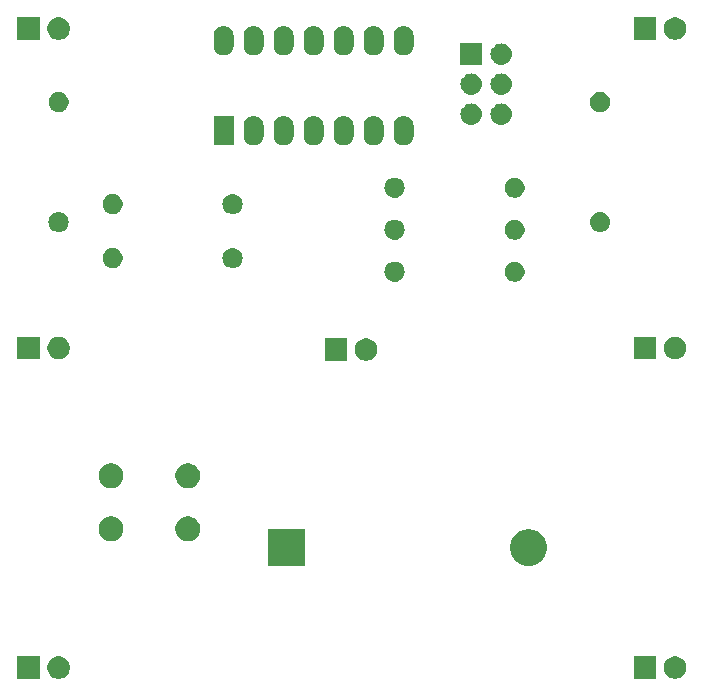
<source format=gbr>
G04 #@! TF.GenerationSoftware,KiCad,Pcbnew,(5.1.4-0-10_14)*
G04 #@! TF.CreationDate,2021-08-15T13:31:00+02:00*
G04 #@! TF.ProjectId,avrCubeRev2,61767243-7562-4655-9265-76322e6b6963,rev?*
G04 #@! TF.SameCoordinates,Original*
G04 #@! TF.FileFunction,Soldermask,Top*
G04 #@! TF.FilePolarity,Negative*
%FSLAX46Y46*%
G04 Gerber Fmt 4.6, Leading zero omitted, Abs format (unit mm)*
G04 Created by KiCad (PCBNEW (5.1.4-0-10_14)) date 2021-08-15 13:31:00*
%MOMM*%
%LPD*%
G04 APERTURE LIST*
%ADD10C,0.100000*%
G04 APERTURE END LIST*
D10*
G36*
X108608395Y-118846546D02*
G01*
X108781466Y-118918234D01*
X108781467Y-118918235D01*
X108937227Y-119022310D01*
X109069690Y-119154773D01*
X109069691Y-119154775D01*
X109173766Y-119310534D01*
X109245454Y-119483605D01*
X109282000Y-119667333D01*
X109282000Y-119854667D01*
X109245454Y-120038395D01*
X109173766Y-120211466D01*
X109173765Y-120211467D01*
X109069690Y-120367227D01*
X108937227Y-120499690D01*
X108858818Y-120552081D01*
X108781466Y-120603766D01*
X108608395Y-120675454D01*
X108424667Y-120712000D01*
X108237333Y-120712000D01*
X108053605Y-120675454D01*
X107880534Y-120603766D01*
X107803182Y-120552081D01*
X107724773Y-120499690D01*
X107592310Y-120367227D01*
X107488235Y-120211467D01*
X107488234Y-120211466D01*
X107416546Y-120038395D01*
X107380000Y-119854667D01*
X107380000Y-119667333D01*
X107416546Y-119483605D01*
X107488234Y-119310534D01*
X107592309Y-119154775D01*
X107592310Y-119154773D01*
X107724773Y-119022310D01*
X107880533Y-118918235D01*
X107880534Y-118918234D01*
X108053605Y-118846546D01*
X108237333Y-118810000D01*
X108424667Y-118810000D01*
X108608395Y-118846546D01*
X108608395Y-118846546D01*
G37*
G36*
X106742000Y-120712000D02*
G01*
X104840000Y-120712000D01*
X104840000Y-118810000D01*
X106742000Y-118810000D01*
X106742000Y-120712000D01*
X106742000Y-120712000D01*
G37*
G36*
X56411395Y-118846546D02*
G01*
X56584466Y-118918234D01*
X56584467Y-118918235D01*
X56740227Y-119022310D01*
X56872690Y-119154773D01*
X56872691Y-119154775D01*
X56976766Y-119310534D01*
X57048454Y-119483605D01*
X57085000Y-119667333D01*
X57085000Y-119854667D01*
X57048454Y-120038395D01*
X56976766Y-120211466D01*
X56976765Y-120211467D01*
X56872690Y-120367227D01*
X56740227Y-120499690D01*
X56661818Y-120552081D01*
X56584466Y-120603766D01*
X56411395Y-120675454D01*
X56227667Y-120712000D01*
X56040333Y-120712000D01*
X55856605Y-120675454D01*
X55683534Y-120603766D01*
X55606182Y-120552081D01*
X55527773Y-120499690D01*
X55395310Y-120367227D01*
X55291235Y-120211467D01*
X55291234Y-120211466D01*
X55219546Y-120038395D01*
X55183000Y-119854667D01*
X55183000Y-119667333D01*
X55219546Y-119483605D01*
X55291234Y-119310534D01*
X55395309Y-119154775D01*
X55395310Y-119154773D01*
X55527773Y-119022310D01*
X55683533Y-118918235D01*
X55683534Y-118918234D01*
X55856605Y-118846546D01*
X56040333Y-118810000D01*
X56227667Y-118810000D01*
X56411395Y-118846546D01*
X56411395Y-118846546D01*
G37*
G36*
X54545000Y-120712000D02*
G01*
X52643000Y-120712000D01*
X52643000Y-118810000D01*
X54545000Y-118810000D01*
X54545000Y-120712000D01*
X54545000Y-120712000D01*
G37*
G36*
X96230585Y-108079802D02*
G01*
X96380410Y-108109604D01*
X96662674Y-108226521D01*
X96916705Y-108396259D01*
X97132741Y-108612295D01*
X97302479Y-108866326D01*
X97419396Y-109148590D01*
X97479000Y-109448240D01*
X97479000Y-109753760D01*
X97419396Y-110053410D01*
X97302479Y-110335674D01*
X97132741Y-110589705D01*
X96916705Y-110805741D01*
X96662674Y-110975479D01*
X96380410Y-111092396D01*
X96230585Y-111122198D01*
X96080761Y-111152000D01*
X95775239Y-111152000D01*
X95625415Y-111122198D01*
X95475590Y-111092396D01*
X95193326Y-110975479D01*
X94939295Y-110805741D01*
X94723259Y-110589705D01*
X94553521Y-110335674D01*
X94436604Y-110053410D01*
X94377000Y-109753760D01*
X94377000Y-109448240D01*
X94436604Y-109148590D01*
X94553521Y-108866326D01*
X94723259Y-108612295D01*
X94939295Y-108396259D01*
X95193326Y-108226521D01*
X95475590Y-108109604D01*
X95625415Y-108079802D01*
X95775239Y-108050000D01*
X96080761Y-108050000D01*
X96230585Y-108079802D01*
X96230585Y-108079802D01*
G37*
G36*
X76989000Y-111152000D02*
G01*
X73887000Y-111152000D01*
X73887000Y-108050000D01*
X76989000Y-108050000D01*
X76989000Y-111152000D01*
X76989000Y-111152000D01*
G37*
G36*
X67385564Y-106994389D02*
G01*
X67576833Y-107073615D01*
X67576835Y-107073616D01*
X67748973Y-107188635D01*
X67895365Y-107335027D01*
X68010385Y-107507167D01*
X68089611Y-107698436D01*
X68130000Y-107901484D01*
X68130000Y-108108516D01*
X68089611Y-108311564D01*
X68010385Y-108502833D01*
X68010384Y-108502835D01*
X67895365Y-108674973D01*
X67748973Y-108821365D01*
X67576835Y-108936384D01*
X67576834Y-108936385D01*
X67576833Y-108936385D01*
X67385564Y-109015611D01*
X67182516Y-109056000D01*
X66975484Y-109056000D01*
X66772436Y-109015611D01*
X66581167Y-108936385D01*
X66581166Y-108936385D01*
X66581165Y-108936384D01*
X66409027Y-108821365D01*
X66262635Y-108674973D01*
X66147616Y-108502835D01*
X66147615Y-108502833D01*
X66068389Y-108311564D01*
X66028000Y-108108516D01*
X66028000Y-107901484D01*
X66068389Y-107698436D01*
X66147615Y-107507167D01*
X66262635Y-107335027D01*
X66409027Y-107188635D01*
X66581165Y-107073616D01*
X66581167Y-107073615D01*
X66772436Y-106994389D01*
X66975484Y-106954000D01*
X67182516Y-106954000D01*
X67385564Y-106994389D01*
X67385564Y-106994389D01*
G37*
G36*
X60885564Y-106994389D02*
G01*
X61076833Y-107073615D01*
X61076835Y-107073616D01*
X61248973Y-107188635D01*
X61395365Y-107335027D01*
X61510385Y-107507167D01*
X61589611Y-107698436D01*
X61630000Y-107901484D01*
X61630000Y-108108516D01*
X61589611Y-108311564D01*
X61510385Y-108502833D01*
X61510384Y-108502835D01*
X61395365Y-108674973D01*
X61248973Y-108821365D01*
X61076835Y-108936384D01*
X61076834Y-108936385D01*
X61076833Y-108936385D01*
X60885564Y-109015611D01*
X60682516Y-109056000D01*
X60475484Y-109056000D01*
X60272436Y-109015611D01*
X60081167Y-108936385D01*
X60081166Y-108936385D01*
X60081165Y-108936384D01*
X59909027Y-108821365D01*
X59762635Y-108674973D01*
X59647616Y-108502835D01*
X59647615Y-108502833D01*
X59568389Y-108311564D01*
X59528000Y-108108516D01*
X59528000Y-107901484D01*
X59568389Y-107698436D01*
X59647615Y-107507167D01*
X59762635Y-107335027D01*
X59909027Y-107188635D01*
X60081165Y-107073616D01*
X60081167Y-107073615D01*
X60272436Y-106994389D01*
X60475484Y-106954000D01*
X60682516Y-106954000D01*
X60885564Y-106994389D01*
X60885564Y-106994389D01*
G37*
G36*
X67385564Y-102494389D02*
G01*
X67576833Y-102573615D01*
X67576835Y-102573616D01*
X67748973Y-102688635D01*
X67895365Y-102835027D01*
X68010385Y-103007167D01*
X68089611Y-103198436D01*
X68130000Y-103401484D01*
X68130000Y-103608516D01*
X68089611Y-103811564D01*
X68010385Y-104002833D01*
X68010384Y-104002835D01*
X67895365Y-104174973D01*
X67748973Y-104321365D01*
X67576835Y-104436384D01*
X67576834Y-104436385D01*
X67576833Y-104436385D01*
X67385564Y-104515611D01*
X67182516Y-104556000D01*
X66975484Y-104556000D01*
X66772436Y-104515611D01*
X66581167Y-104436385D01*
X66581166Y-104436385D01*
X66581165Y-104436384D01*
X66409027Y-104321365D01*
X66262635Y-104174973D01*
X66147616Y-104002835D01*
X66147615Y-104002833D01*
X66068389Y-103811564D01*
X66028000Y-103608516D01*
X66028000Y-103401484D01*
X66068389Y-103198436D01*
X66147615Y-103007167D01*
X66262635Y-102835027D01*
X66409027Y-102688635D01*
X66581165Y-102573616D01*
X66581167Y-102573615D01*
X66772436Y-102494389D01*
X66975484Y-102454000D01*
X67182516Y-102454000D01*
X67385564Y-102494389D01*
X67385564Y-102494389D01*
G37*
G36*
X60885564Y-102494389D02*
G01*
X61076833Y-102573615D01*
X61076835Y-102573616D01*
X61248973Y-102688635D01*
X61395365Y-102835027D01*
X61510385Y-103007167D01*
X61589611Y-103198436D01*
X61630000Y-103401484D01*
X61630000Y-103608516D01*
X61589611Y-103811564D01*
X61510385Y-104002833D01*
X61510384Y-104002835D01*
X61395365Y-104174973D01*
X61248973Y-104321365D01*
X61076835Y-104436384D01*
X61076834Y-104436385D01*
X61076833Y-104436385D01*
X60885564Y-104515611D01*
X60682516Y-104556000D01*
X60475484Y-104556000D01*
X60272436Y-104515611D01*
X60081167Y-104436385D01*
X60081166Y-104436385D01*
X60081165Y-104436384D01*
X59909027Y-104321365D01*
X59762635Y-104174973D01*
X59647616Y-104002835D01*
X59647615Y-104002833D01*
X59568389Y-103811564D01*
X59528000Y-103608516D01*
X59528000Y-103401484D01*
X59568389Y-103198436D01*
X59647615Y-103007167D01*
X59762635Y-102835027D01*
X59909027Y-102688635D01*
X60081165Y-102573616D01*
X60081167Y-102573615D01*
X60272436Y-102494389D01*
X60475484Y-102454000D01*
X60682516Y-102454000D01*
X60885564Y-102494389D01*
X60885564Y-102494389D01*
G37*
G36*
X82446395Y-91922546D02*
G01*
X82619466Y-91994234D01*
X82619467Y-91994235D01*
X82775227Y-92098310D01*
X82907690Y-92230773D01*
X82907691Y-92230775D01*
X83011766Y-92386534D01*
X83083454Y-92559605D01*
X83120000Y-92743333D01*
X83120000Y-92930667D01*
X83083454Y-93114395D01*
X83011766Y-93287466D01*
X83011765Y-93287467D01*
X82907690Y-93443227D01*
X82775227Y-93575690D01*
X82702248Y-93624453D01*
X82619466Y-93679766D01*
X82446395Y-93751454D01*
X82262667Y-93788000D01*
X82075333Y-93788000D01*
X81891605Y-93751454D01*
X81718534Y-93679766D01*
X81635752Y-93624453D01*
X81562773Y-93575690D01*
X81430310Y-93443227D01*
X81326235Y-93287467D01*
X81326234Y-93287466D01*
X81254546Y-93114395D01*
X81218000Y-92930667D01*
X81218000Y-92743333D01*
X81254546Y-92559605D01*
X81326234Y-92386534D01*
X81430309Y-92230775D01*
X81430310Y-92230773D01*
X81562773Y-92098310D01*
X81718533Y-91994235D01*
X81718534Y-91994234D01*
X81891605Y-91922546D01*
X82075333Y-91886000D01*
X82262667Y-91886000D01*
X82446395Y-91922546D01*
X82446395Y-91922546D01*
G37*
G36*
X80580000Y-93788000D02*
G01*
X78678000Y-93788000D01*
X78678000Y-91886000D01*
X80580000Y-91886000D01*
X80580000Y-93788000D01*
X80580000Y-93788000D01*
G37*
G36*
X108608395Y-91795546D02*
G01*
X108781466Y-91867234D01*
X108781467Y-91867235D01*
X108937227Y-91971310D01*
X109069690Y-92103773D01*
X109069691Y-92103775D01*
X109173766Y-92259534D01*
X109245454Y-92432605D01*
X109282000Y-92616333D01*
X109282000Y-92803667D01*
X109245454Y-92987395D01*
X109173766Y-93160466D01*
X109173765Y-93160467D01*
X109069690Y-93316227D01*
X108937227Y-93448690D01*
X108858818Y-93501081D01*
X108781466Y-93552766D01*
X108608395Y-93624454D01*
X108424667Y-93661000D01*
X108237333Y-93661000D01*
X108053605Y-93624454D01*
X107880534Y-93552766D01*
X107803182Y-93501081D01*
X107724773Y-93448690D01*
X107592310Y-93316227D01*
X107488235Y-93160467D01*
X107488234Y-93160466D01*
X107416546Y-92987395D01*
X107380000Y-92803667D01*
X107380000Y-92616333D01*
X107416546Y-92432605D01*
X107488234Y-92259534D01*
X107592309Y-92103775D01*
X107592310Y-92103773D01*
X107724773Y-91971310D01*
X107880533Y-91867235D01*
X107880534Y-91867234D01*
X108053605Y-91795546D01*
X108237333Y-91759000D01*
X108424667Y-91759000D01*
X108608395Y-91795546D01*
X108608395Y-91795546D01*
G37*
G36*
X106742000Y-93661000D02*
G01*
X104840000Y-93661000D01*
X104840000Y-91759000D01*
X106742000Y-91759000D01*
X106742000Y-93661000D01*
X106742000Y-93661000D01*
G37*
G36*
X54545000Y-93661000D02*
G01*
X52643000Y-93661000D01*
X52643000Y-91759000D01*
X54545000Y-91759000D01*
X54545000Y-93661000D01*
X54545000Y-93661000D01*
G37*
G36*
X56411395Y-91795546D02*
G01*
X56584466Y-91867234D01*
X56584467Y-91867235D01*
X56740227Y-91971310D01*
X56872690Y-92103773D01*
X56872691Y-92103775D01*
X56976766Y-92259534D01*
X57048454Y-92432605D01*
X57085000Y-92616333D01*
X57085000Y-92803667D01*
X57048454Y-92987395D01*
X56976766Y-93160466D01*
X56976765Y-93160467D01*
X56872690Y-93316227D01*
X56740227Y-93448690D01*
X56661818Y-93501081D01*
X56584466Y-93552766D01*
X56411395Y-93624454D01*
X56227667Y-93661000D01*
X56040333Y-93661000D01*
X55856605Y-93624454D01*
X55683534Y-93552766D01*
X55606182Y-93501081D01*
X55527773Y-93448690D01*
X55395310Y-93316227D01*
X55291235Y-93160467D01*
X55291234Y-93160466D01*
X55219546Y-92987395D01*
X55183000Y-92803667D01*
X55183000Y-92616333D01*
X55219546Y-92432605D01*
X55291234Y-92259534D01*
X55395309Y-92103775D01*
X55395310Y-92103773D01*
X55527773Y-91971310D01*
X55683533Y-91867235D01*
X55683534Y-91867234D01*
X55856605Y-91795546D01*
X56040333Y-91759000D01*
X56227667Y-91759000D01*
X56411395Y-91795546D01*
X56411395Y-91795546D01*
G37*
G36*
X84748823Y-85394313D02*
G01*
X84909242Y-85442976D01*
X85003017Y-85493100D01*
X85057078Y-85521996D01*
X85186659Y-85628341D01*
X85293004Y-85757922D01*
X85293005Y-85757924D01*
X85372024Y-85905758D01*
X85372025Y-85905761D01*
X85381083Y-85935620D01*
X85420687Y-86066177D01*
X85437117Y-86233000D01*
X85420687Y-86399823D01*
X85372024Y-86560242D01*
X85331477Y-86636100D01*
X85293004Y-86708078D01*
X85186659Y-86837659D01*
X85057078Y-86944004D01*
X85057076Y-86944005D01*
X84909242Y-87023024D01*
X84748823Y-87071687D01*
X84623804Y-87084000D01*
X84540196Y-87084000D01*
X84415177Y-87071687D01*
X84254758Y-87023024D01*
X84106924Y-86944005D01*
X84106922Y-86944004D01*
X83977341Y-86837659D01*
X83870996Y-86708078D01*
X83832523Y-86636100D01*
X83791976Y-86560242D01*
X83743313Y-86399823D01*
X83726883Y-86233000D01*
X83743313Y-86066177D01*
X83782917Y-85935620D01*
X83791975Y-85905761D01*
X83791976Y-85905758D01*
X83870995Y-85757924D01*
X83870996Y-85757922D01*
X83977341Y-85628341D01*
X84106922Y-85521996D01*
X84160983Y-85493100D01*
X84254758Y-85442976D01*
X84415177Y-85394313D01*
X84540196Y-85382000D01*
X84623804Y-85382000D01*
X84748823Y-85394313D01*
X84748823Y-85394313D01*
G37*
G36*
X94990228Y-85414703D02*
G01*
X95145100Y-85478853D01*
X95284481Y-85571985D01*
X95403015Y-85690519D01*
X95496147Y-85829900D01*
X95560297Y-85984772D01*
X95593000Y-86149184D01*
X95593000Y-86316816D01*
X95560297Y-86481228D01*
X95496147Y-86636100D01*
X95403015Y-86775481D01*
X95284481Y-86894015D01*
X95145100Y-86987147D01*
X94990228Y-87051297D01*
X94825816Y-87084000D01*
X94658184Y-87084000D01*
X94493772Y-87051297D01*
X94338900Y-86987147D01*
X94199519Y-86894015D01*
X94080985Y-86775481D01*
X93987853Y-86636100D01*
X93923703Y-86481228D01*
X93891000Y-86316816D01*
X93891000Y-86149184D01*
X93923703Y-85984772D01*
X93987853Y-85829900D01*
X94080985Y-85690519D01*
X94199519Y-85571985D01*
X94338900Y-85478853D01*
X94493772Y-85414703D01*
X94658184Y-85382000D01*
X94825816Y-85382000D01*
X94990228Y-85414703D01*
X94990228Y-85414703D01*
G37*
G36*
X60954228Y-84271703D02*
G01*
X61109100Y-84335853D01*
X61248481Y-84428985D01*
X61367015Y-84547519D01*
X61460147Y-84686900D01*
X61524297Y-84841772D01*
X61557000Y-85006184D01*
X61557000Y-85173816D01*
X61524297Y-85338228D01*
X61460147Y-85493100D01*
X61367015Y-85632481D01*
X61248481Y-85751015D01*
X61109100Y-85844147D01*
X60954228Y-85908297D01*
X60789816Y-85941000D01*
X60622184Y-85941000D01*
X60457772Y-85908297D01*
X60302900Y-85844147D01*
X60163519Y-85751015D01*
X60044985Y-85632481D01*
X59951853Y-85493100D01*
X59887703Y-85338228D01*
X59855000Y-85173816D01*
X59855000Y-85006184D01*
X59887703Y-84841772D01*
X59951853Y-84686900D01*
X60044985Y-84547519D01*
X60163519Y-84428985D01*
X60302900Y-84335853D01*
X60457772Y-84271703D01*
X60622184Y-84239000D01*
X60789816Y-84239000D01*
X60954228Y-84271703D01*
X60954228Y-84271703D01*
G37*
G36*
X71032823Y-84251313D02*
G01*
X71193242Y-84299976D01*
X71260361Y-84335852D01*
X71341078Y-84378996D01*
X71470659Y-84485341D01*
X71577004Y-84614922D01*
X71577005Y-84614924D01*
X71656024Y-84762758D01*
X71704687Y-84923177D01*
X71721117Y-85090000D01*
X71704687Y-85256823D01*
X71666715Y-85382000D01*
X71662980Y-85394313D01*
X71656024Y-85417242D01*
X71615477Y-85493100D01*
X71577004Y-85565078D01*
X71470659Y-85694659D01*
X71341078Y-85801004D01*
X71341076Y-85801005D01*
X71193242Y-85880024D01*
X71032823Y-85928687D01*
X70907804Y-85941000D01*
X70824196Y-85941000D01*
X70699177Y-85928687D01*
X70538758Y-85880024D01*
X70390924Y-85801005D01*
X70390922Y-85801004D01*
X70261341Y-85694659D01*
X70154996Y-85565078D01*
X70116523Y-85493100D01*
X70075976Y-85417242D01*
X70069021Y-85394313D01*
X70065285Y-85382000D01*
X70027313Y-85256823D01*
X70010883Y-85090000D01*
X70027313Y-84923177D01*
X70075976Y-84762758D01*
X70154995Y-84614924D01*
X70154996Y-84614922D01*
X70261341Y-84485341D01*
X70390922Y-84378996D01*
X70471639Y-84335852D01*
X70538758Y-84299976D01*
X70699177Y-84251313D01*
X70824196Y-84239000D01*
X70907804Y-84239000D01*
X71032823Y-84251313D01*
X71032823Y-84251313D01*
G37*
G36*
X94990228Y-81858703D02*
G01*
X95145100Y-81922853D01*
X95284481Y-82015985D01*
X95403015Y-82134519D01*
X95496147Y-82273900D01*
X95560297Y-82428772D01*
X95593000Y-82593184D01*
X95593000Y-82760816D01*
X95560297Y-82925228D01*
X95496147Y-83080100D01*
X95403015Y-83219481D01*
X95284481Y-83338015D01*
X95145100Y-83431147D01*
X94990228Y-83495297D01*
X94825816Y-83528000D01*
X94658184Y-83528000D01*
X94493772Y-83495297D01*
X94338900Y-83431147D01*
X94199519Y-83338015D01*
X94080985Y-83219481D01*
X93987853Y-83080100D01*
X93923703Y-82925228D01*
X93891000Y-82760816D01*
X93891000Y-82593184D01*
X93923703Y-82428772D01*
X93987853Y-82273900D01*
X94080985Y-82134519D01*
X94199519Y-82015985D01*
X94338900Y-81922853D01*
X94493772Y-81858703D01*
X94658184Y-81826000D01*
X94825816Y-81826000D01*
X94990228Y-81858703D01*
X94990228Y-81858703D01*
G37*
G36*
X84748823Y-81838313D02*
G01*
X84909242Y-81886976D01*
X84976361Y-81922852D01*
X85057078Y-81965996D01*
X85186659Y-82072341D01*
X85293004Y-82201922D01*
X85293005Y-82201924D01*
X85372024Y-82349758D01*
X85420687Y-82510177D01*
X85437117Y-82677000D01*
X85420687Y-82843823D01*
X85372024Y-83004242D01*
X85331477Y-83080100D01*
X85293004Y-83152078D01*
X85186659Y-83281659D01*
X85057078Y-83388004D01*
X85057076Y-83388005D01*
X84909242Y-83467024D01*
X84748823Y-83515687D01*
X84623804Y-83528000D01*
X84540196Y-83528000D01*
X84415177Y-83515687D01*
X84254758Y-83467024D01*
X84106924Y-83388005D01*
X84106922Y-83388004D01*
X83977341Y-83281659D01*
X83870996Y-83152078D01*
X83832523Y-83080100D01*
X83791976Y-83004242D01*
X83743313Y-82843823D01*
X83726883Y-82677000D01*
X83743313Y-82510177D01*
X83791976Y-82349758D01*
X83870995Y-82201924D01*
X83870996Y-82201922D01*
X83977341Y-82072341D01*
X84106922Y-81965996D01*
X84187639Y-81922852D01*
X84254758Y-81886976D01*
X84415177Y-81838313D01*
X84540196Y-81826000D01*
X84623804Y-81826000D01*
X84748823Y-81838313D01*
X84748823Y-81838313D01*
G37*
G36*
X102147823Y-81203313D02*
G01*
X102308242Y-81251976D01*
X102413100Y-81308024D01*
X102456078Y-81330996D01*
X102585659Y-81437341D01*
X102692004Y-81566922D01*
X102692005Y-81566924D01*
X102771024Y-81714758D01*
X102819687Y-81875177D01*
X102836117Y-82042000D01*
X102819687Y-82208823D01*
X102771024Y-82369242D01*
X102700114Y-82501906D01*
X102692004Y-82517078D01*
X102585659Y-82646659D01*
X102456078Y-82753004D01*
X102456076Y-82753005D01*
X102308242Y-82832024D01*
X102147823Y-82880687D01*
X102022804Y-82893000D01*
X101939196Y-82893000D01*
X101814177Y-82880687D01*
X101653758Y-82832024D01*
X101505924Y-82753005D01*
X101505922Y-82753004D01*
X101376341Y-82646659D01*
X101269996Y-82517078D01*
X101261886Y-82501906D01*
X101190976Y-82369242D01*
X101142313Y-82208823D01*
X101125883Y-82042000D01*
X101142313Y-81875177D01*
X101190976Y-81714758D01*
X101269995Y-81566924D01*
X101269996Y-81566922D01*
X101376341Y-81437341D01*
X101505922Y-81330996D01*
X101548900Y-81308024D01*
X101653758Y-81251976D01*
X101814177Y-81203313D01*
X101939196Y-81191000D01*
X102022804Y-81191000D01*
X102147823Y-81203313D01*
X102147823Y-81203313D01*
G37*
G36*
X56300823Y-81203313D02*
G01*
X56461242Y-81251976D01*
X56566100Y-81308024D01*
X56609078Y-81330996D01*
X56738659Y-81437341D01*
X56845004Y-81566922D01*
X56845005Y-81566924D01*
X56924024Y-81714758D01*
X56972687Y-81875177D01*
X56989117Y-82042000D01*
X56972687Y-82208823D01*
X56924024Y-82369242D01*
X56853114Y-82501906D01*
X56845004Y-82517078D01*
X56738659Y-82646659D01*
X56609078Y-82753004D01*
X56609076Y-82753005D01*
X56461242Y-82832024D01*
X56300823Y-82880687D01*
X56175804Y-82893000D01*
X56092196Y-82893000D01*
X55967177Y-82880687D01*
X55806758Y-82832024D01*
X55658924Y-82753005D01*
X55658922Y-82753004D01*
X55529341Y-82646659D01*
X55422996Y-82517078D01*
X55414886Y-82501906D01*
X55343976Y-82369242D01*
X55295313Y-82208823D01*
X55278883Y-82042000D01*
X55295313Y-81875177D01*
X55343976Y-81714758D01*
X55422995Y-81566924D01*
X55422996Y-81566922D01*
X55529341Y-81437341D01*
X55658922Y-81330996D01*
X55701900Y-81308024D01*
X55806758Y-81251976D01*
X55967177Y-81203313D01*
X56092196Y-81191000D01*
X56175804Y-81191000D01*
X56300823Y-81203313D01*
X56300823Y-81203313D01*
G37*
G36*
X60954228Y-79699703D02*
G01*
X61109100Y-79763853D01*
X61248481Y-79856985D01*
X61367015Y-79975519D01*
X61460147Y-80114900D01*
X61524297Y-80269772D01*
X61557000Y-80434184D01*
X61557000Y-80601816D01*
X61524297Y-80766228D01*
X61460147Y-80921100D01*
X61367015Y-81060481D01*
X61248481Y-81179015D01*
X61109100Y-81272147D01*
X60954228Y-81336297D01*
X60789816Y-81369000D01*
X60622184Y-81369000D01*
X60457772Y-81336297D01*
X60302900Y-81272147D01*
X60163519Y-81179015D01*
X60044985Y-81060481D01*
X59951853Y-80921100D01*
X59887703Y-80766228D01*
X59855000Y-80601816D01*
X59855000Y-80434184D01*
X59887703Y-80269772D01*
X59951853Y-80114900D01*
X60044985Y-79975519D01*
X60163519Y-79856985D01*
X60302900Y-79763853D01*
X60457772Y-79699703D01*
X60622184Y-79667000D01*
X60789816Y-79667000D01*
X60954228Y-79699703D01*
X60954228Y-79699703D01*
G37*
G36*
X71032823Y-79679313D02*
G01*
X71193242Y-79727976D01*
X71325906Y-79798886D01*
X71341078Y-79806996D01*
X71470659Y-79913341D01*
X71577004Y-80042922D01*
X71577005Y-80042924D01*
X71656024Y-80190758D01*
X71704687Y-80351177D01*
X71721117Y-80518000D01*
X71704687Y-80684823D01*
X71656024Y-80845242D01*
X71615477Y-80921100D01*
X71577004Y-80993078D01*
X71470659Y-81122659D01*
X71341078Y-81229004D01*
X71341076Y-81229005D01*
X71193242Y-81308024D01*
X71032823Y-81356687D01*
X70907804Y-81369000D01*
X70824196Y-81369000D01*
X70699177Y-81356687D01*
X70538758Y-81308024D01*
X70390924Y-81229005D01*
X70390922Y-81229004D01*
X70261341Y-81122659D01*
X70154996Y-80993078D01*
X70116523Y-80921100D01*
X70075976Y-80845242D01*
X70027313Y-80684823D01*
X70010883Y-80518000D01*
X70027313Y-80351177D01*
X70075976Y-80190758D01*
X70154995Y-80042924D01*
X70154996Y-80042922D01*
X70261341Y-79913341D01*
X70390922Y-79806996D01*
X70406094Y-79798886D01*
X70538758Y-79727976D01*
X70699177Y-79679313D01*
X70824196Y-79667000D01*
X70907804Y-79667000D01*
X71032823Y-79679313D01*
X71032823Y-79679313D01*
G37*
G36*
X94990228Y-78302703D02*
G01*
X95145100Y-78366853D01*
X95284481Y-78459985D01*
X95403015Y-78578519D01*
X95496147Y-78717900D01*
X95560297Y-78872772D01*
X95593000Y-79037184D01*
X95593000Y-79204816D01*
X95560297Y-79369228D01*
X95496147Y-79524100D01*
X95403015Y-79663481D01*
X95284481Y-79782015D01*
X95145100Y-79875147D01*
X94990228Y-79939297D01*
X94825816Y-79972000D01*
X94658184Y-79972000D01*
X94493772Y-79939297D01*
X94338900Y-79875147D01*
X94199519Y-79782015D01*
X94080985Y-79663481D01*
X93987853Y-79524100D01*
X93923703Y-79369228D01*
X93891000Y-79204816D01*
X93891000Y-79037184D01*
X93923703Y-78872772D01*
X93987853Y-78717900D01*
X94080985Y-78578519D01*
X94199519Y-78459985D01*
X94338900Y-78366853D01*
X94493772Y-78302703D01*
X94658184Y-78270000D01*
X94825816Y-78270000D01*
X94990228Y-78302703D01*
X94990228Y-78302703D01*
G37*
G36*
X84748823Y-78282313D02*
G01*
X84909242Y-78330976D01*
X84976361Y-78366852D01*
X85057078Y-78409996D01*
X85186659Y-78516341D01*
X85293004Y-78645922D01*
X85293005Y-78645924D01*
X85372024Y-78793758D01*
X85420687Y-78954177D01*
X85437117Y-79121000D01*
X85420687Y-79287823D01*
X85372024Y-79448242D01*
X85331477Y-79524100D01*
X85293004Y-79596078D01*
X85186659Y-79725659D01*
X85057078Y-79832004D01*
X85057076Y-79832005D01*
X84909242Y-79911024D01*
X84748823Y-79959687D01*
X84623804Y-79972000D01*
X84540196Y-79972000D01*
X84415177Y-79959687D01*
X84254758Y-79911024D01*
X84106924Y-79832005D01*
X84106922Y-79832004D01*
X83977341Y-79725659D01*
X83870996Y-79596078D01*
X83832523Y-79524100D01*
X83791976Y-79448242D01*
X83743313Y-79287823D01*
X83726883Y-79121000D01*
X83743313Y-78954177D01*
X83791976Y-78793758D01*
X83870995Y-78645924D01*
X83870996Y-78645922D01*
X83977341Y-78516341D01*
X84106922Y-78409996D01*
X84187639Y-78366852D01*
X84254758Y-78330976D01*
X84415177Y-78282313D01*
X84540196Y-78270000D01*
X84623804Y-78270000D01*
X84748823Y-78282313D01*
X84748823Y-78282313D01*
G37*
G36*
X72810822Y-73056313D02*
G01*
X72971241Y-73104976D01*
X73119077Y-73183995D01*
X73248659Y-73290341D01*
X73355004Y-73419922D01*
X73355005Y-73419924D01*
X73434024Y-73567758D01*
X73482687Y-73728177D01*
X73495000Y-73853196D01*
X73495000Y-74736803D01*
X73482687Y-74861822D01*
X73434024Y-75022242D01*
X73363114Y-75154906D01*
X73355004Y-75170078D01*
X73248659Y-75299659D01*
X73119078Y-75406004D01*
X73119076Y-75406005D01*
X72971242Y-75485024D01*
X72810823Y-75533687D01*
X72644000Y-75550117D01*
X72477178Y-75533687D01*
X72316759Y-75485024D01*
X72168925Y-75406005D01*
X72168923Y-75406004D01*
X72039342Y-75299659D01*
X71932997Y-75170078D01*
X71924887Y-75154906D01*
X71853977Y-75022242D01*
X71805314Y-74861823D01*
X71793000Y-74736803D01*
X71793000Y-73853197D01*
X71805313Y-73728178D01*
X71853976Y-73567759D01*
X71932995Y-73419923D01*
X72039341Y-73290341D01*
X72095240Y-73244466D01*
X72168922Y-73183996D01*
X72184094Y-73175886D01*
X72316758Y-73104976D01*
X72477177Y-73056313D01*
X72644000Y-73039883D01*
X72810822Y-73056313D01*
X72810822Y-73056313D01*
G37*
G36*
X75350822Y-73056313D02*
G01*
X75511241Y-73104976D01*
X75659077Y-73183995D01*
X75788659Y-73290341D01*
X75895004Y-73419922D01*
X75895005Y-73419924D01*
X75974024Y-73567758D01*
X76022687Y-73728177D01*
X76035000Y-73853196D01*
X76035000Y-74736803D01*
X76022687Y-74861822D01*
X75974024Y-75022242D01*
X75903114Y-75154906D01*
X75895004Y-75170078D01*
X75788659Y-75299659D01*
X75659078Y-75406004D01*
X75659076Y-75406005D01*
X75511242Y-75485024D01*
X75350823Y-75533687D01*
X75184000Y-75550117D01*
X75017178Y-75533687D01*
X74856759Y-75485024D01*
X74708925Y-75406005D01*
X74708923Y-75406004D01*
X74579342Y-75299659D01*
X74472997Y-75170078D01*
X74464887Y-75154906D01*
X74393977Y-75022242D01*
X74345314Y-74861823D01*
X74333000Y-74736803D01*
X74333000Y-73853197D01*
X74345313Y-73728178D01*
X74393976Y-73567759D01*
X74472995Y-73419923D01*
X74579341Y-73290341D01*
X74635240Y-73244466D01*
X74708922Y-73183996D01*
X74724094Y-73175886D01*
X74856758Y-73104976D01*
X75017177Y-73056313D01*
X75184000Y-73039883D01*
X75350822Y-73056313D01*
X75350822Y-73056313D01*
G37*
G36*
X77890822Y-73056313D02*
G01*
X78051241Y-73104976D01*
X78199077Y-73183995D01*
X78328659Y-73290341D01*
X78435004Y-73419922D01*
X78435005Y-73419924D01*
X78514024Y-73567758D01*
X78562687Y-73728177D01*
X78575000Y-73853196D01*
X78575000Y-74736803D01*
X78562687Y-74861822D01*
X78514024Y-75022242D01*
X78443114Y-75154906D01*
X78435004Y-75170078D01*
X78328659Y-75299659D01*
X78199078Y-75406004D01*
X78199076Y-75406005D01*
X78051242Y-75485024D01*
X77890823Y-75533687D01*
X77724000Y-75550117D01*
X77557178Y-75533687D01*
X77396759Y-75485024D01*
X77248925Y-75406005D01*
X77248923Y-75406004D01*
X77119342Y-75299659D01*
X77012997Y-75170078D01*
X77004887Y-75154906D01*
X76933977Y-75022242D01*
X76885314Y-74861823D01*
X76873000Y-74736803D01*
X76873000Y-73853197D01*
X76885313Y-73728178D01*
X76933976Y-73567759D01*
X77012995Y-73419923D01*
X77119341Y-73290341D01*
X77175240Y-73244466D01*
X77248922Y-73183996D01*
X77264094Y-73175886D01*
X77396758Y-73104976D01*
X77557177Y-73056313D01*
X77724000Y-73039883D01*
X77890822Y-73056313D01*
X77890822Y-73056313D01*
G37*
G36*
X80430822Y-73056313D02*
G01*
X80591241Y-73104976D01*
X80739077Y-73183995D01*
X80868659Y-73290341D01*
X80975004Y-73419922D01*
X80975005Y-73419924D01*
X81054024Y-73567758D01*
X81102687Y-73728177D01*
X81115000Y-73853196D01*
X81115000Y-74736803D01*
X81102687Y-74861822D01*
X81054024Y-75022242D01*
X80983114Y-75154906D01*
X80975004Y-75170078D01*
X80868659Y-75299659D01*
X80739078Y-75406004D01*
X80739076Y-75406005D01*
X80591242Y-75485024D01*
X80430823Y-75533687D01*
X80264000Y-75550117D01*
X80097178Y-75533687D01*
X79936759Y-75485024D01*
X79788925Y-75406005D01*
X79788923Y-75406004D01*
X79659342Y-75299659D01*
X79552997Y-75170078D01*
X79544887Y-75154906D01*
X79473977Y-75022242D01*
X79425314Y-74861823D01*
X79413000Y-74736803D01*
X79413000Y-73853197D01*
X79425313Y-73728178D01*
X79473976Y-73567759D01*
X79552995Y-73419923D01*
X79659341Y-73290341D01*
X79715240Y-73244466D01*
X79788922Y-73183996D01*
X79804094Y-73175886D01*
X79936758Y-73104976D01*
X80097177Y-73056313D01*
X80264000Y-73039883D01*
X80430822Y-73056313D01*
X80430822Y-73056313D01*
G37*
G36*
X82970822Y-73056313D02*
G01*
X83131241Y-73104976D01*
X83279077Y-73183995D01*
X83408659Y-73290341D01*
X83515004Y-73419922D01*
X83515005Y-73419924D01*
X83594024Y-73567758D01*
X83642687Y-73728177D01*
X83655000Y-73853196D01*
X83655000Y-74736803D01*
X83642687Y-74861822D01*
X83594024Y-75022242D01*
X83523114Y-75154906D01*
X83515004Y-75170078D01*
X83408659Y-75299659D01*
X83279078Y-75406004D01*
X83279076Y-75406005D01*
X83131242Y-75485024D01*
X82970823Y-75533687D01*
X82804000Y-75550117D01*
X82637178Y-75533687D01*
X82476759Y-75485024D01*
X82328925Y-75406005D01*
X82328923Y-75406004D01*
X82199342Y-75299659D01*
X82092997Y-75170078D01*
X82084887Y-75154906D01*
X82013977Y-75022242D01*
X81965314Y-74861823D01*
X81953000Y-74736803D01*
X81953000Y-73853197D01*
X81965313Y-73728178D01*
X82013976Y-73567759D01*
X82092995Y-73419923D01*
X82199341Y-73290341D01*
X82255240Y-73244466D01*
X82328922Y-73183996D01*
X82344094Y-73175886D01*
X82476758Y-73104976D01*
X82637177Y-73056313D01*
X82804000Y-73039883D01*
X82970822Y-73056313D01*
X82970822Y-73056313D01*
G37*
G36*
X85510822Y-73056313D02*
G01*
X85671241Y-73104976D01*
X85819077Y-73183995D01*
X85948659Y-73290341D01*
X86055004Y-73419922D01*
X86055005Y-73419924D01*
X86134024Y-73567758D01*
X86182687Y-73728177D01*
X86195000Y-73853196D01*
X86195000Y-74736803D01*
X86182687Y-74861822D01*
X86134024Y-75022242D01*
X86063114Y-75154906D01*
X86055004Y-75170078D01*
X85948659Y-75299659D01*
X85819078Y-75406004D01*
X85819076Y-75406005D01*
X85671242Y-75485024D01*
X85510823Y-75533687D01*
X85344000Y-75550117D01*
X85177178Y-75533687D01*
X85016759Y-75485024D01*
X84868925Y-75406005D01*
X84868923Y-75406004D01*
X84739342Y-75299659D01*
X84632997Y-75170078D01*
X84624887Y-75154906D01*
X84553977Y-75022242D01*
X84505314Y-74861823D01*
X84493000Y-74736803D01*
X84493000Y-73853197D01*
X84505313Y-73728178D01*
X84553976Y-73567759D01*
X84632995Y-73419923D01*
X84739341Y-73290341D01*
X84795240Y-73244466D01*
X84868922Y-73183996D01*
X84884094Y-73175886D01*
X85016758Y-73104976D01*
X85177177Y-73056313D01*
X85344000Y-73039883D01*
X85510822Y-73056313D01*
X85510822Y-73056313D01*
G37*
G36*
X70955000Y-75546000D02*
G01*
X69253000Y-75546000D01*
X69253000Y-73044000D01*
X70955000Y-73044000D01*
X70955000Y-75546000D01*
X70955000Y-75546000D01*
G37*
G36*
X91169443Y-72003519D02*
G01*
X91235627Y-72010037D01*
X91405466Y-72061557D01*
X91561991Y-72145222D01*
X91597729Y-72174552D01*
X91699186Y-72257814D01*
X91782448Y-72359271D01*
X91811778Y-72395009D01*
X91811779Y-72395011D01*
X91890890Y-72543015D01*
X91895443Y-72551534D01*
X91946963Y-72721373D01*
X91964359Y-72898000D01*
X91946963Y-73074627D01*
X91895443Y-73244466D01*
X91811778Y-73400991D01*
X91796240Y-73419924D01*
X91699186Y-73538186D01*
X91597729Y-73621448D01*
X91561991Y-73650778D01*
X91405466Y-73734443D01*
X91235627Y-73785963D01*
X91169443Y-73792481D01*
X91103260Y-73799000D01*
X91014740Y-73799000D01*
X90948557Y-73792481D01*
X90882373Y-73785963D01*
X90712534Y-73734443D01*
X90556009Y-73650778D01*
X90520271Y-73621448D01*
X90418814Y-73538186D01*
X90321760Y-73419924D01*
X90306222Y-73400991D01*
X90222557Y-73244466D01*
X90171037Y-73074627D01*
X90153641Y-72898000D01*
X90171037Y-72721373D01*
X90222557Y-72551534D01*
X90227111Y-72543015D01*
X90306221Y-72395011D01*
X90306222Y-72395009D01*
X90335552Y-72359271D01*
X90418814Y-72257814D01*
X90520271Y-72174552D01*
X90556009Y-72145222D01*
X90712534Y-72061557D01*
X90882373Y-72010037D01*
X90948557Y-72003519D01*
X91014740Y-71997000D01*
X91103260Y-71997000D01*
X91169443Y-72003519D01*
X91169443Y-72003519D01*
G37*
G36*
X93709443Y-72003519D02*
G01*
X93775627Y-72010037D01*
X93945466Y-72061557D01*
X94101991Y-72145222D01*
X94137729Y-72174552D01*
X94239186Y-72257814D01*
X94322448Y-72359271D01*
X94351778Y-72395009D01*
X94351779Y-72395011D01*
X94430890Y-72543015D01*
X94435443Y-72551534D01*
X94486963Y-72721373D01*
X94504359Y-72898000D01*
X94486963Y-73074627D01*
X94435443Y-73244466D01*
X94351778Y-73400991D01*
X94336240Y-73419924D01*
X94239186Y-73538186D01*
X94137729Y-73621448D01*
X94101991Y-73650778D01*
X93945466Y-73734443D01*
X93775627Y-73785963D01*
X93709443Y-73792481D01*
X93643260Y-73799000D01*
X93554740Y-73799000D01*
X93488557Y-73792481D01*
X93422373Y-73785963D01*
X93252534Y-73734443D01*
X93096009Y-73650778D01*
X93060271Y-73621448D01*
X92958814Y-73538186D01*
X92861760Y-73419924D01*
X92846222Y-73400991D01*
X92762557Y-73244466D01*
X92711037Y-73074627D01*
X92693641Y-72898000D01*
X92711037Y-72721373D01*
X92762557Y-72551534D01*
X92767111Y-72543015D01*
X92846221Y-72395011D01*
X92846222Y-72395009D01*
X92875552Y-72359271D01*
X92958814Y-72257814D01*
X93060271Y-72174552D01*
X93096009Y-72145222D01*
X93252534Y-72061557D01*
X93422373Y-72010037D01*
X93488557Y-72003519D01*
X93554740Y-71997000D01*
X93643260Y-71997000D01*
X93709443Y-72003519D01*
X93709443Y-72003519D01*
G37*
G36*
X56382228Y-71063703D02*
G01*
X56537100Y-71127853D01*
X56676481Y-71220985D01*
X56795015Y-71339519D01*
X56888147Y-71478900D01*
X56952297Y-71633772D01*
X56985000Y-71798184D01*
X56985000Y-71965816D01*
X56952297Y-72130228D01*
X56888147Y-72285100D01*
X56795015Y-72424481D01*
X56676481Y-72543015D01*
X56537100Y-72636147D01*
X56382228Y-72700297D01*
X56217816Y-72733000D01*
X56050184Y-72733000D01*
X55885772Y-72700297D01*
X55730900Y-72636147D01*
X55591519Y-72543015D01*
X55472985Y-72424481D01*
X55379853Y-72285100D01*
X55315703Y-72130228D01*
X55283000Y-71965816D01*
X55283000Y-71798184D01*
X55315703Y-71633772D01*
X55379853Y-71478900D01*
X55472985Y-71339519D01*
X55591519Y-71220985D01*
X55730900Y-71127853D01*
X55885772Y-71063703D01*
X56050184Y-71031000D01*
X56217816Y-71031000D01*
X56382228Y-71063703D01*
X56382228Y-71063703D01*
G37*
G36*
X102229228Y-71063703D02*
G01*
X102384100Y-71127853D01*
X102523481Y-71220985D01*
X102642015Y-71339519D01*
X102735147Y-71478900D01*
X102799297Y-71633772D01*
X102832000Y-71798184D01*
X102832000Y-71965816D01*
X102799297Y-72130228D01*
X102735147Y-72285100D01*
X102642015Y-72424481D01*
X102523481Y-72543015D01*
X102384100Y-72636147D01*
X102229228Y-72700297D01*
X102064816Y-72733000D01*
X101897184Y-72733000D01*
X101732772Y-72700297D01*
X101577900Y-72636147D01*
X101438519Y-72543015D01*
X101319985Y-72424481D01*
X101226853Y-72285100D01*
X101162703Y-72130228D01*
X101130000Y-71965816D01*
X101130000Y-71798184D01*
X101162703Y-71633772D01*
X101226853Y-71478900D01*
X101319985Y-71339519D01*
X101438519Y-71220985D01*
X101577900Y-71127853D01*
X101732772Y-71063703D01*
X101897184Y-71031000D01*
X102064816Y-71031000D01*
X102229228Y-71063703D01*
X102229228Y-71063703D01*
G37*
G36*
X91169442Y-69463518D02*
G01*
X91235627Y-69470037D01*
X91405466Y-69521557D01*
X91561991Y-69605222D01*
X91597729Y-69634552D01*
X91699186Y-69717814D01*
X91782448Y-69819271D01*
X91811778Y-69855009D01*
X91895443Y-70011534D01*
X91946963Y-70181373D01*
X91964359Y-70358000D01*
X91946963Y-70534627D01*
X91895443Y-70704466D01*
X91811778Y-70860991D01*
X91782448Y-70896729D01*
X91699186Y-70998186D01*
X91597729Y-71081448D01*
X91561991Y-71110778D01*
X91405466Y-71194443D01*
X91235627Y-71245963D01*
X91169442Y-71252482D01*
X91103260Y-71259000D01*
X91014740Y-71259000D01*
X90948558Y-71252482D01*
X90882373Y-71245963D01*
X90712534Y-71194443D01*
X90556009Y-71110778D01*
X90520271Y-71081448D01*
X90418814Y-70998186D01*
X90335552Y-70896729D01*
X90306222Y-70860991D01*
X90222557Y-70704466D01*
X90171037Y-70534627D01*
X90153641Y-70358000D01*
X90171037Y-70181373D01*
X90222557Y-70011534D01*
X90306222Y-69855009D01*
X90335552Y-69819271D01*
X90418814Y-69717814D01*
X90520271Y-69634552D01*
X90556009Y-69605222D01*
X90712534Y-69521557D01*
X90882373Y-69470037D01*
X90948558Y-69463518D01*
X91014740Y-69457000D01*
X91103260Y-69457000D01*
X91169442Y-69463518D01*
X91169442Y-69463518D01*
G37*
G36*
X93709442Y-69463518D02*
G01*
X93775627Y-69470037D01*
X93945466Y-69521557D01*
X94101991Y-69605222D01*
X94137729Y-69634552D01*
X94239186Y-69717814D01*
X94322448Y-69819271D01*
X94351778Y-69855009D01*
X94435443Y-70011534D01*
X94486963Y-70181373D01*
X94504359Y-70358000D01*
X94486963Y-70534627D01*
X94435443Y-70704466D01*
X94351778Y-70860991D01*
X94322448Y-70896729D01*
X94239186Y-70998186D01*
X94137729Y-71081448D01*
X94101991Y-71110778D01*
X93945466Y-71194443D01*
X93775627Y-71245963D01*
X93709442Y-71252482D01*
X93643260Y-71259000D01*
X93554740Y-71259000D01*
X93488558Y-71252482D01*
X93422373Y-71245963D01*
X93252534Y-71194443D01*
X93096009Y-71110778D01*
X93060271Y-71081448D01*
X92958814Y-70998186D01*
X92875552Y-70896729D01*
X92846222Y-70860991D01*
X92762557Y-70704466D01*
X92711037Y-70534627D01*
X92693641Y-70358000D01*
X92711037Y-70181373D01*
X92762557Y-70011534D01*
X92846222Y-69855009D01*
X92875552Y-69819271D01*
X92958814Y-69717814D01*
X93060271Y-69634552D01*
X93096009Y-69605222D01*
X93252534Y-69521557D01*
X93422373Y-69470037D01*
X93488558Y-69463518D01*
X93554740Y-69457000D01*
X93643260Y-69457000D01*
X93709442Y-69463518D01*
X93709442Y-69463518D01*
G37*
G36*
X93709443Y-66923519D02*
G01*
X93775627Y-66930037D01*
X93945466Y-66981557D01*
X94101991Y-67065222D01*
X94137729Y-67094552D01*
X94239186Y-67177814D01*
X94322448Y-67279271D01*
X94351778Y-67315009D01*
X94435443Y-67471534D01*
X94486963Y-67641373D01*
X94504359Y-67818000D01*
X94486963Y-67994627D01*
X94435443Y-68164466D01*
X94351778Y-68320991D01*
X94322448Y-68356729D01*
X94239186Y-68458186D01*
X94137729Y-68541448D01*
X94101991Y-68570778D01*
X93945466Y-68654443D01*
X93775627Y-68705963D01*
X93709443Y-68712481D01*
X93643260Y-68719000D01*
X93554740Y-68719000D01*
X93488557Y-68712481D01*
X93422373Y-68705963D01*
X93252534Y-68654443D01*
X93096009Y-68570778D01*
X93060271Y-68541448D01*
X92958814Y-68458186D01*
X92875552Y-68356729D01*
X92846222Y-68320991D01*
X92762557Y-68164466D01*
X92711037Y-67994627D01*
X92693641Y-67818000D01*
X92711037Y-67641373D01*
X92762557Y-67471534D01*
X92846222Y-67315009D01*
X92875552Y-67279271D01*
X92958814Y-67177814D01*
X93060271Y-67094552D01*
X93096009Y-67065222D01*
X93252534Y-66981557D01*
X93422373Y-66930037D01*
X93488557Y-66923519D01*
X93554740Y-66917000D01*
X93643260Y-66917000D01*
X93709443Y-66923519D01*
X93709443Y-66923519D01*
G37*
G36*
X91960000Y-68719000D02*
G01*
X90158000Y-68719000D01*
X90158000Y-66917000D01*
X91960000Y-66917000D01*
X91960000Y-68719000D01*
X91960000Y-68719000D01*
G37*
G36*
X70270822Y-65436313D02*
G01*
X70431241Y-65484976D01*
X70579077Y-65563995D01*
X70708659Y-65670341D01*
X70815004Y-65799922D01*
X70815005Y-65799924D01*
X70894024Y-65947758D01*
X70942687Y-66108177D01*
X70955000Y-66233196D01*
X70955000Y-67116803D01*
X70942687Y-67241822D01*
X70894024Y-67402242D01*
X70823114Y-67534906D01*
X70815004Y-67550078D01*
X70708659Y-67679659D01*
X70579078Y-67786004D01*
X70579076Y-67786005D01*
X70431242Y-67865024D01*
X70270823Y-67913687D01*
X70104000Y-67930117D01*
X69937178Y-67913687D01*
X69776759Y-67865024D01*
X69628925Y-67786005D01*
X69628923Y-67786004D01*
X69499342Y-67679659D01*
X69392997Y-67550078D01*
X69384887Y-67534906D01*
X69313977Y-67402242D01*
X69265314Y-67241823D01*
X69253000Y-67116803D01*
X69253000Y-66233197D01*
X69265313Y-66108178D01*
X69313976Y-65947759D01*
X69392995Y-65799923D01*
X69499341Y-65670341D01*
X69628922Y-65563996D01*
X69644094Y-65555886D01*
X69776758Y-65484976D01*
X69937177Y-65436313D01*
X70104000Y-65419883D01*
X70270822Y-65436313D01*
X70270822Y-65436313D01*
G37*
G36*
X72810822Y-65436313D02*
G01*
X72971241Y-65484976D01*
X73119077Y-65563995D01*
X73248659Y-65670341D01*
X73355004Y-65799922D01*
X73355005Y-65799924D01*
X73434024Y-65947758D01*
X73482687Y-66108177D01*
X73495000Y-66233196D01*
X73495000Y-67116803D01*
X73482687Y-67241822D01*
X73434024Y-67402242D01*
X73363114Y-67534906D01*
X73355004Y-67550078D01*
X73248659Y-67679659D01*
X73119078Y-67786004D01*
X73119076Y-67786005D01*
X72971242Y-67865024D01*
X72810823Y-67913687D01*
X72644000Y-67930117D01*
X72477178Y-67913687D01*
X72316759Y-67865024D01*
X72168925Y-67786005D01*
X72168923Y-67786004D01*
X72039342Y-67679659D01*
X71932997Y-67550078D01*
X71924887Y-67534906D01*
X71853977Y-67402242D01*
X71805314Y-67241823D01*
X71793000Y-67116803D01*
X71793000Y-66233197D01*
X71805313Y-66108178D01*
X71853976Y-65947759D01*
X71932995Y-65799923D01*
X72039341Y-65670341D01*
X72168922Y-65563996D01*
X72184094Y-65555886D01*
X72316758Y-65484976D01*
X72477177Y-65436313D01*
X72644000Y-65419883D01*
X72810822Y-65436313D01*
X72810822Y-65436313D01*
G37*
G36*
X75350822Y-65436313D02*
G01*
X75511241Y-65484976D01*
X75659077Y-65563995D01*
X75788659Y-65670341D01*
X75895004Y-65799922D01*
X75895005Y-65799924D01*
X75974024Y-65947758D01*
X76022687Y-66108177D01*
X76035000Y-66233196D01*
X76035000Y-67116803D01*
X76022687Y-67241822D01*
X75974024Y-67402242D01*
X75903114Y-67534906D01*
X75895004Y-67550078D01*
X75788659Y-67679659D01*
X75659078Y-67786004D01*
X75659076Y-67786005D01*
X75511242Y-67865024D01*
X75350823Y-67913687D01*
X75184000Y-67930117D01*
X75017178Y-67913687D01*
X74856759Y-67865024D01*
X74708925Y-67786005D01*
X74708923Y-67786004D01*
X74579342Y-67679659D01*
X74472997Y-67550078D01*
X74464887Y-67534906D01*
X74393977Y-67402242D01*
X74345314Y-67241823D01*
X74333000Y-67116803D01*
X74333000Y-66233197D01*
X74345313Y-66108178D01*
X74393976Y-65947759D01*
X74472995Y-65799923D01*
X74579341Y-65670341D01*
X74708922Y-65563996D01*
X74724094Y-65555886D01*
X74856758Y-65484976D01*
X75017177Y-65436313D01*
X75184000Y-65419883D01*
X75350822Y-65436313D01*
X75350822Y-65436313D01*
G37*
G36*
X77890822Y-65436313D02*
G01*
X78051241Y-65484976D01*
X78199077Y-65563995D01*
X78328659Y-65670341D01*
X78435004Y-65799922D01*
X78435005Y-65799924D01*
X78514024Y-65947758D01*
X78562687Y-66108177D01*
X78575000Y-66233196D01*
X78575000Y-67116803D01*
X78562687Y-67241822D01*
X78514024Y-67402242D01*
X78443114Y-67534906D01*
X78435004Y-67550078D01*
X78328659Y-67679659D01*
X78199078Y-67786004D01*
X78199076Y-67786005D01*
X78051242Y-67865024D01*
X77890823Y-67913687D01*
X77724000Y-67930117D01*
X77557178Y-67913687D01*
X77396759Y-67865024D01*
X77248925Y-67786005D01*
X77248923Y-67786004D01*
X77119342Y-67679659D01*
X77012997Y-67550078D01*
X77004887Y-67534906D01*
X76933977Y-67402242D01*
X76885314Y-67241823D01*
X76873000Y-67116803D01*
X76873000Y-66233197D01*
X76885313Y-66108178D01*
X76933976Y-65947759D01*
X77012995Y-65799923D01*
X77119341Y-65670341D01*
X77248922Y-65563996D01*
X77264094Y-65555886D01*
X77396758Y-65484976D01*
X77557177Y-65436313D01*
X77724000Y-65419883D01*
X77890822Y-65436313D01*
X77890822Y-65436313D01*
G37*
G36*
X80430822Y-65436313D02*
G01*
X80591241Y-65484976D01*
X80739077Y-65563995D01*
X80868659Y-65670341D01*
X80975004Y-65799922D01*
X80975005Y-65799924D01*
X81054024Y-65947758D01*
X81102687Y-66108177D01*
X81115000Y-66233196D01*
X81115000Y-67116803D01*
X81102687Y-67241822D01*
X81054024Y-67402242D01*
X80983114Y-67534906D01*
X80975004Y-67550078D01*
X80868659Y-67679659D01*
X80739078Y-67786004D01*
X80739076Y-67786005D01*
X80591242Y-67865024D01*
X80430823Y-67913687D01*
X80264000Y-67930117D01*
X80097178Y-67913687D01*
X79936759Y-67865024D01*
X79788925Y-67786005D01*
X79788923Y-67786004D01*
X79659342Y-67679659D01*
X79552997Y-67550078D01*
X79544887Y-67534906D01*
X79473977Y-67402242D01*
X79425314Y-67241823D01*
X79413000Y-67116803D01*
X79413000Y-66233197D01*
X79425313Y-66108178D01*
X79473976Y-65947759D01*
X79552995Y-65799923D01*
X79659341Y-65670341D01*
X79788922Y-65563996D01*
X79804094Y-65555886D01*
X79936758Y-65484976D01*
X80097177Y-65436313D01*
X80264000Y-65419883D01*
X80430822Y-65436313D01*
X80430822Y-65436313D01*
G37*
G36*
X82970822Y-65436313D02*
G01*
X83131241Y-65484976D01*
X83279077Y-65563995D01*
X83408659Y-65670341D01*
X83515004Y-65799922D01*
X83515005Y-65799924D01*
X83594024Y-65947758D01*
X83642687Y-66108177D01*
X83655000Y-66233196D01*
X83655000Y-67116803D01*
X83642687Y-67241822D01*
X83594024Y-67402242D01*
X83523114Y-67534906D01*
X83515004Y-67550078D01*
X83408659Y-67679659D01*
X83279078Y-67786004D01*
X83279076Y-67786005D01*
X83131242Y-67865024D01*
X82970823Y-67913687D01*
X82804000Y-67930117D01*
X82637178Y-67913687D01*
X82476759Y-67865024D01*
X82328925Y-67786005D01*
X82328923Y-67786004D01*
X82199342Y-67679659D01*
X82092997Y-67550078D01*
X82084887Y-67534906D01*
X82013977Y-67402242D01*
X81965314Y-67241823D01*
X81953000Y-67116803D01*
X81953000Y-66233197D01*
X81965313Y-66108178D01*
X82013976Y-65947759D01*
X82092995Y-65799923D01*
X82199341Y-65670341D01*
X82328922Y-65563996D01*
X82344094Y-65555886D01*
X82476758Y-65484976D01*
X82637177Y-65436313D01*
X82804000Y-65419883D01*
X82970822Y-65436313D01*
X82970822Y-65436313D01*
G37*
G36*
X85510822Y-65436313D02*
G01*
X85671241Y-65484976D01*
X85819077Y-65563995D01*
X85948659Y-65670341D01*
X86055004Y-65799922D01*
X86055005Y-65799924D01*
X86134024Y-65947758D01*
X86182687Y-66108177D01*
X86195000Y-66233196D01*
X86195000Y-67116803D01*
X86182687Y-67241822D01*
X86134024Y-67402242D01*
X86063114Y-67534906D01*
X86055004Y-67550078D01*
X85948659Y-67679659D01*
X85819078Y-67786004D01*
X85819076Y-67786005D01*
X85671242Y-67865024D01*
X85510823Y-67913687D01*
X85344000Y-67930117D01*
X85177178Y-67913687D01*
X85016759Y-67865024D01*
X84868925Y-67786005D01*
X84868923Y-67786004D01*
X84739342Y-67679659D01*
X84632997Y-67550078D01*
X84624887Y-67534906D01*
X84553977Y-67402242D01*
X84505314Y-67241823D01*
X84493000Y-67116803D01*
X84493000Y-66233197D01*
X84505313Y-66108178D01*
X84553976Y-65947759D01*
X84632995Y-65799923D01*
X84739341Y-65670341D01*
X84868922Y-65563996D01*
X84884094Y-65555886D01*
X85016758Y-65484976D01*
X85177177Y-65436313D01*
X85344000Y-65419883D01*
X85510822Y-65436313D01*
X85510822Y-65436313D01*
G37*
G36*
X54545000Y-66610000D02*
G01*
X52643000Y-66610000D01*
X52643000Y-64708000D01*
X54545000Y-64708000D01*
X54545000Y-66610000D01*
X54545000Y-66610000D01*
G37*
G36*
X56411395Y-64744546D02*
G01*
X56584466Y-64816234D01*
X56584467Y-64816235D01*
X56740227Y-64920310D01*
X56872690Y-65052773D01*
X56872691Y-65052775D01*
X56976766Y-65208534D01*
X57048454Y-65381605D01*
X57085000Y-65565333D01*
X57085000Y-65752667D01*
X57048454Y-65936395D01*
X56976766Y-66109466D01*
X56976765Y-66109467D01*
X56872690Y-66265227D01*
X56740227Y-66397690D01*
X56661818Y-66450081D01*
X56584466Y-66501766D01*
X56411395Y-66573454D01*
X56227667Y-66610000D01*
X56040333Y-66610000D01*
X55856605Y-66573454D01*
X55683534Y-66501766D01*
X55606182Y-66450081D01*
X55527773Y-66397690D01*
X55395310Y-66265227D01*
X55291235Y-66109467D01*
X55291234Y-66109466D01*
X55219546Y-65936395D01*
X55183000Y-65752667D01*
X55183000Y-65565333D01*
X55219546Y-65381605D01*
X55291234Y-65208534D01*
X55395309Y-65052775D01*
X55395310Y-65052773D01*
X55527773Y-64920310D01*
X55683533Y-64816235D01*
X55683534Y-64816234D01*
X55856605Y-64744546D01*
X56040333Y-64708000D01*
X56227667Y-64708000D01*
X56411395Y-64744546D01*
X56411395Y-64744546D01*
G37*
G36*
X106742000Y-66610000D02*
G01*
X104840000Y-66610000D01*
X104840000Y-64708000D01*
X106742000Y-64708000D01*
X106742000Y-66610000D01*
X106742000Y-66610000D01*
G37*
G36*
X108608395Y-64744546D02*
G01*
X108781466Y-64816234D01*
X108781467Y-64816235D01*
X108937227Y-64920310D01*
X109069690Y-65052773D01*
X109069691Y-65052775D01*
X109173766Y-65208534D01*
X109245454Y-65381605D01*
X109282000Y-65565333D01*
X109282000Y-65752667D01*
X109245454Y-65936395D01*
X109173766Y-66109466D01*
X109173765Y-66109467D01*
X109069690Y-66265227D01*
X108937227Y-66397690D01*
X108858818Y-66450081D01*
X108781466Y-66501766D01*
X108608395Y-66573454D01*
X108424667Y-66610000D01*
X108237333Y-66610000D01*
X108053605Y-66573454D01*
X107880534Y-66501766D01*
X107803182Y-66450081D01*
X107724773Y-66397690D01*
X107592310Y-66265227D01*
X107488235Y-66109467D01*
X107488234Y-66109466D01*
X107416546Y-65936395D01*
X107380000Y-65752667D01*
X107380000Y-65565333D01*
X107416546Y-65381605D01*
X107488234Y-65208534D01*
X107592309Y-65052775D01*
X107592310Y-65052773D01*
X107724773Y-64920310D01*
X107880533Y-64816235D01*
X107880534Y-64816234D01*
X108053605Y-64744546D01*
X108237333Y-64708000D01*
X108424667Y-64708000D01*
X108608395Y-64744546D01*
X108608395Y-64744546D01*
G37*
M02*

</source>
